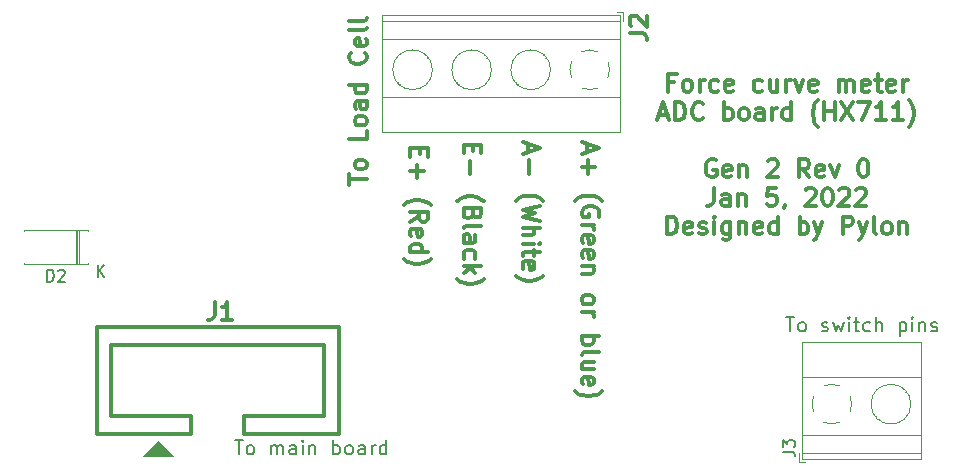
<source format=gbr>
%TF.GenerationSoftware,KiCad,Pcbnew,(6.0.0)*%
%TF.CreationDate,2022-01-14T12:25:06-05:00*%
%TF.ProjectId,ADC-board-HX711,4144432d-626f-4617-9264-2d4858373131,rev?*%
%TF.SameCoordinates,Original*%
%TF.FileFunction,Legend,Top*%
%TF.FilePolarity,Positive*%
%FSLAX46Y46*%
G04 Gerber Fmt 4.6, Leading zero omitted, Abs format (unit mm)*
G04 Created by KiCad (PCBNEW (6.0.0)) date 2022-01-14 12:25:06*
%MOMM*%
%LPD*%
G01*
G04 APERTURE LIST*
%ADD10C,0.300000*%
%ADD11C,0.200000*%
%ADD12C,0.150000*%
%ADD13C,0.120000*%
%ADD14C,0.100000*%
G04 APERTURE END LIST*
D10*
X53250000Y-11980714D02*
X53250000Y-12695000D01*
X52821428Y-11837857D02*
X54321428Y-12337857D01*
X52821428Y-12837857D01*
X53392857Y-13337857D02*
X53392857Y-14480714D01*
X52821428Y-13909285D02*
X53964285Y-13909285D01*
X52250000Y-16766428D02*
X52321428Y-16695000D01*
X52535714Y-16552142D01*
X52678571Y-16480714D01*
X52892857Y-16409285D01*
X53250000Y-16337857D01*
X53535714Y-16337857D01*
X53892857Y-16409285D01*
X54107142Y-16480714D01*
X54250000Y-16552142D01*
X54464285Y-16695000D01*
X54535714Y-16766428D01*
X54250000Y-18123571D02*
X54321428Y-17980714D01*
X54321428Y-17766428D01*
X54250000Y-17552142D01*
X54107142Y-17409285D01*
X53964285Y-17337857D01*
X53678571Y-17266428D01*
X53464285Y-17266428D01*
X53178571Y-17337857D01*
X53035714Y-17409285D01*
X52892857Y-17552142D01*
X52821428Y-17766428D01*
X52821428Y-17909285D01*
X52892857Y-18123571D01*
X52964285Y-18195000D01*
X53464285Y-18195000D01*
X53464285Y-17909285D01*
X52821428Y-18837857D02*
X53821428Y-18837857D01*
X53535714Y-18837857D02*
X53678571Y-18909285D01*
X53750000Y-18980714D01*
X53821428Y-19123571D01*
X53821428Y-19266428D01*
X52892857Y-20337857D02*
X52821428Y-20195000D01*
X52821428Y-19909285D01*
X52892857Y-19766428D01*
X53035714Y-19695000D01*
X53607142Y-19695000D01*
X53750000Y-19766428D01*
X53821428Y-19909285D01*
X53821428Y-20195000D01*
X53750000Y-20337857D01*
X53607142Y-20409285D01*
X53464285Y-20409285D01*
X53321428Y-19695000D01*
X52892857Y-21623571D02*
X52821428Y-21480714D01*
X52821428Y-21195000D01*
X52892857Y-21052142D01*
X53035714Y-20980714D01*
X53607142Y-20980714D01*
X53750000Y-21052142D01*
X53821428Y-21195000D01*
X53821428Y-21480714D01*
X53750000Y-21623571D01*
X53607142Y-21695000D01*
X53464285Y-21695000D01*
X53321428Y-20980714D01*
X53821428Y-22337857D02*
X52821428Y-22337857D01*
X53678571Y-22337857D02*
X53750000Y-22409285D01*
X53821428Y-22552142D01*
X53821428Y-22766428D01*
X53750000Y-22909285D01*
X53607142Y-22980714D01*
X52821428Y-22980714D01*
X52821428Y-25052142D02*
X52892857Y-24909285D01*
X52964285Y-24837857D01*
X53107142Y-24766428D01*
X53535714Y-24766428D01*
X53678571Y-24837857D01*
X53750000Y-24909285D01*
X53821428Y-25052142D01*
X53821428Y-25266428D01*
X53750000Y-25409285D01*
X53678571Y-25480714D01*
X53535714Y-25552142D01*
X53107142Y-25552142D01*
X52964285Y-25480714D01*
X52892857Y-25409285D01*
X52821428Y-25266428D01*
X52821428Y-25052142D01*
X52821428Y-26195000D02*
X53821428Y-26195000D01*
X53535714Y-26195000D02*
X53678571Y-26266428D01*
X53750000Y-26337857D01*
X53821428Y-26480714D01*
X53821428Y-26623571D01*
X52821428Y-28266428D02*
X54321428Y-28266428D01*
X53750000Y-28266428D02*
X53821428Y-28409285D01*
X53821428Y-28695000D01*
X53750000Y-28837857D01*
X53678571Y-28909285D01*
X53535714Y-28980714D01*
X53107142Y-28980714D01*
X52964285Y-28909285D01*
X52892857Y-28837857D01*
X52821428Y-28695000D01*
X52821428Y-28409285D01*
X52892857Y-28266428D01*
X52821428Y-29837857D02*
X52892857Y-29695000D01*
X53035714Y-29623571D01*
X54321428Y-29623571D01*
X53821428Y-31052142D02*
X52821428Y-31052142D01*
X53821428Y-30409285D02*
X53035714Y-30409285D01*
X52892857Y-30480714D01*
X52821428Y-30623571D01*
X52821428Y-30837857D01*
X52892857Y-30980714D01*
X52964285Y-31052142D01*
X52892857Y-32337857D02*
X52821428Y-32195000D01*
X52821428Y-31909285D01*
X52892857Y-31766428D01*
X53035714Y-31695000D01*
X53607142Y-31695000D01*
X53750000Y-31766428D01*
X53821428Y-31909285D01*
X53821428Y-32195000D01*
X53749999Y-32337857D01*
X53607142Y-32409285D01*
X53464285Y-32409285D01*
X53321428Y-31695000D01*
X52249999Y-32909285D02*
X52321428Y-32980714D01*
X52535714Y-33123571D01*
X52678571Y-33195000D01*
X52892857Y-33266428D01*
X53249999Y-33337857D01*
X53535714Y-33337857D01*
X53892857Y-33266428D01*
X54107142Y-33195000D01*
X54249999Y-33123571D01*
X54464285Y-32980714D01*
X54535714Y-32909285D01*
X48250000Y-11980714D02*
X48250000Y-12695000D01*
X47821428Y-11837857D02*
X49321428Y-12337857D01*
X47821428Y-12837857D01*
X48392857Y-13337857D02*
X48392857Y-14480714D01*
X47250000Y-16766428D02*
X47321428Y-16695000D01*
X47535714Y-16552142D01*
X47678571Y-16480714D01*
X47892857Y-16409285D01*
X48250000Y-16337857D01*
X48535714Y-16337857D01*
X48892857Y-16409285D01*
X49107142Y-16480714D01*
X49250000Y-16552142D01*
X49464285Y-16695000D01*
X49535714Y-16766428D01*
X49321428Y-17195000D02*
X47821428Y-17552142D01*
X48892857Y-17837857D01*
X47821428Y-18123571D01*
X49321428Y-18480714D01*
X47821428Y-19052142D02*
X49321428Y-19052142D01*
X47821428Y-19695000D02*
X48607142Y-19695000D01*
X48750000Y-19623571D01*
X48821428Y-19480714D01*
X48821428Y-19266428D01*
X48750000Y-19123571D01*
X48678571Y-19052142D01*
X47821428Y-20409285D02*
X48821428Y-20409285D01*
X49321428Y-20409285D02*
X49250000Y-20337857D01*
X49178571Y-20409285D01*
X49250000Y-20480714D01*
X49321428Y-20409285D01*
X49178571Y-20409285D01*
X48821428Y-20909285D02*
X48821428Y-21480714D01*
X49321428Y-21123571D02*
X48035714Y-21123571D01*
X47892857Y-21195000D01*
X47821428Y-21337857D01*
X47821428Y-21480714D01*
X47892857Y-22552142D02*
X47821428Y-22409285D01*
X47821428Y-22123571D01*
X47892857Y-21980714D01*
X48035714Y-21909285D01*
X48607142Y-21909285D01*
X48750000Y-21980714D01*
X48821428Y-22123571D01*
X48821428Y-22409285D01*
X48750000Y-22552142D01*
X48607142Y-22623571D01*
X48464285Y-22623571D01*
X48321428Y-21909285D01*
X47250000Y-23123571D02*
X47321428Y-23195000D01*
X47535714Y-23337857D01*
X47678571Y-23409285D01*
X47892857Y-23480714D01*
X48250000Y-23552142D01*
X48535714Y-23552142D01*
X48892857Y-23480714D01*
X49107142Y-23409285D01*
X49250000Y-23337857D01*
X49464285Y-23195000D01*
X49535714Y-23123571D01*
X60664285Y-6755357D02*
X60164285Y-6755357D01*
X60164285Y-7541071D02*
X60164285Y-6041071D01*
X60878571Y-6041071D01*
X61664285Y-7541071D02*
X61521428Y-7469642D01*
X61450000Y-7398214D01*
X61378571Y-7255357D01*
X61378571Y-6826785D01*
X61450000Y-6683928D01*
X61521428Y-6612500D01*
X61664285Y-6541071D01*
X61878571Y-6541071D01*
X62021428Y-6612500D01*
X62092857Y-6683928D01*
X62164285Y-6826785D01*
X62164285Y-7255357D01*
X62092857Y-7398214D01*
X62021428Y-7469642D01*
X61878571Y-7541071D01*
X61664285Y-7541071D01*
X62807142Y-7541071D02*
X62807142Y-6541071D01*
X62807142Y-6826785D02*
X62878571Y-6683928D01*
X62950000Y-6612500D01*
X63092857Y-6541071D01*
X63235714Y-6541071D01*
X64378571Y-7469642D02*
X64235714Y-7541071D01*
X63950000Y-7541071D01*
X63807142Y-7469642D01*
X63735714Y-7398214D01*
X63664285Y-7255357D01*
X63664285Y-6826785D01*
X63735714Y-6683928D01*
X63807142Y-6612500D01*
X63950000Y-6541071D01*
X64235714Y-6541071D01*
X64378571Y-6612500D01*
X65592857Y-7469642D02*
X65450000Y-7541071D01*
X65164285Y-7541071D01*
X65021428Y-7469642D01*
X64950000Y-7326785D01*
X64950000Y-6755357D01*
X65021428Y-6612500D01*
X65164285Y-6541071D01*
X65450000Y-6541071D01*
X65592857Y-6612500D01*
X65664285Y-6755357D01*
X65664285Y-6898214D01*
X64950000Y-7041071D01*
X68092857Y-7469642D02*
X67950000Y-7541071D01*
X67664285Y-7541071D01*
X67521428Y-7469642D01*
X67450000Y-7398214D01*
X67378571Y-7255357D01*
X67378571Y-6826785D01*
X67450000Y-6683928D01*
X67521428Y-6612500D01*
X67664285Y-6541071D01*
X67950000Y-6541071D01*
X68092857Y-6612500D01*
X69378571Y-6541071D02*
X69378571Y-7541071D01*
X68735714Y-6541071D02*
X68735714Y-7326785D01*
X68807142Y-7469642D01*
X68950000Y-7541071D01*
X69164285Y-7541071D01*
X69307142Y-7469642D01*
X69378571Y-7398214D01*
X70092857Y-7541071D02*
X70092857Y-6541071D01*
X70092857Y-6826785D02*
X70164285Y-6683928D01*
X70235714Y-6612500D01*
X70378571Y-6541071D01*
X70521428Y-6541071D01*
X70878571Y-6541071D02*
X71235714Y-7541071D01*
X71592857Y-6541071D01*
X72735714Y-7469642D02*
X72592857Y-7541071D01*
X72307142Y-7541071D01*
X72164285Y-7469642D01*
X72092857Y-7326785D01*
X72092857Y-6755357D01*
X72164285Y-6612500D01*
X72307142Y-6541071D01*
X72592857Y-6541071D01*
X72735714Y-6612500D01*
X72807142Y-6755357D01*
X72807142Y-6898214D01*
X72092857Y-7041071D01*
X74592857Y-7541071D02*
X74592857Y-6541071D01*
X74592857Y-6683928D02*
X74664285Y-6612500D01*
X74807142Y-6541071D01*
X75021428Y-6541071D01*
X75164285Y-6612500D01*
X75235714Y-6755357D01*
X75235714Y-7541071D01*
X75235714Y-6755357D02*
X75307142Y-6612500D01*
X75450000Y-6541071D01*
X75664285Y-6541071D01*
X75807142Y-6612500D01*
X75878571Y-6755357D01*
X75878571Y-7541071D01*
X77164285Y-7469642D02*
X77021428Y-7541071D01*
X76735714Y-7541071D01*
X76592857Y-7469642D01*
X76521428Y-7326785D01*
X76521428Y-6755357D01*
X76592857Y-6612500D01*
X76735714Y-6541071D01*
X77021428Y-6541071D01*
X77164285Y-6612500D01*
X77235714Y-6755357D01*
X77235714Y-6898214D01*
X76521428Y-7041071D01*
X77664285Y-6541071D02*
X78235714Y-6541071D01*
X77878571Y-6041071D02*
X77878571Y-7326785D01*
X77950000Y-7469642D01*
X78092857Y-7541071D01*
X78235714Y-7541071D01*
X79307142Y-7469642D02*
X79164285Y-7541071D01*
X78878571Y-7541071D01*
X78735714Y-7469642D01*
X78664285Y-7326785D01*
X78664285Y-6755357D01*
X78735714Y-6612500D01*
X78878571Y-6541071D01*
X79164285Y-6541071D01*
X79307142Y-6612500D01*
X79378571Y-6755357D01*
X79378571Y-6898214D01*
X78664285Y-7041071D01*
X80021428Y-7541071D02*
X80021428Y-6541071D01*
X80021428Y-6826785D02*
X80092857Y-6683928D01*
X80164285Y-6612500D01*
X80307142Y-6541071D01*
X80450000Y-6541071D01*
X59378571Y-9527500D02*
X60092857Y-9527500D01*
X59235714Y-9956071D02*
X59735714Y-8456071D01*
X60235714Y-9956071D01*
X60735714Y-9956071D02*
X60735714Y-8456071D01*
X61092857Y-8456071D01*
X61307142Y-8527500D01*
X61450000Y-8670357D01*
X61521428Y-8813214D01*
X61592857Y-9098928D01*
X61592857Y-9313214D01*
X61521428Y-9598928D01*
X61450000Y-9741785D01*
X61307142Y-9884642D01*
X61092857Y-9956071D01*
X60735714Y-9956071D01*
X63092857Y-9813214D02*
X63021428Y-9884642D01*
X62807142Y-9956071D01*
X62664285Y-9956071D01*
X62450000Y-9884642D01*
X62307142Y-9741785D01*
X62235714Y-9598928D01*
X62164285Y-9313214D01*
X62164285Y-9098928D01*
X62235714Y-8813214D01*
X62307142Y-8670357D01*
X62450000Y-8527500D01*
X62664285Y-8456071D01*
X62807142Y-8456071D01*
X63021428Y-8527500D01*
X63092857Y-8598928D01*
X64878571Y-9956071D02*
X64878571Y-8456071D01*
X64878571Y-9027500D02*
X65021428Y-8956071D01*
X65307142Y-8956071D01*
X65450000Y-9027500D01*
X65521428Y-9098928D01*
X65592857Y-9241785D01*
X65592857Y-9670357D01*
X65521428Y-9813214D01*
X65450000Y-9884642D01*
X65307142Y-9956071D01*
X65021428Y-9956071D01*
X64878571Y-9884642D01*
X66450000Y-9956071D02*
X66307142Y-9884642D01*
X66235714Y-9813214D01*
X66164285Y-9670357D01*
X66164285Y-9241785D01*
X66235714Y-9098928D01*
X66307142Y-9027500D01*
X66450000Y-8956071D01*
X66664285Y-8956071D01*
X66807142Y-9027500D01*
X66878571Y-9098928D01*
X66950000Y-9241785D01*
X66950000Y-9670357D01*
X66878571Y-9813214D01*
X66807142Y-9884642D01*
X66664285Y-9956071D01*
X66450000Y-9956071D01*
X68235714Y-9956071D02*
X68235714Y-9170357D01*
X68164285Y-9027500D01*
X68021428Y-8956071D01*
X67735714Y-8956071D01*
X67592857Y-9027500D01*
X68235714Y-9884642D02*
X68092857Y-9956071D01*
X67735714Y-9956071D01*
X67592857Y-9884642D01*
X67521428Y-9741785D01*
X67521428Y-9598928D01*
X67592857Y-9456071D01*
X67735714Y-9384642D01*
X68092857Y-9384642D01*
X68235714Y-9313214D01*
X68950000Y-9956071D02*
X68950000Y-8956071D01*
X68950000Y-9241785D02*
X69021428Y-9098928D01*
X69092857Y-9027500D01*
X69235714Y-8956071D01*
X69378571Y-8956071D01*
X70521428Y-9956071D02*
X70521428Y-8456071D01*
X70521428Y-9884642D02*
X70378571Y-9956071D01*
X70092857Y-9956071D01*
X69950000Y-9884642D01*
X69878571Y-9813214D01*
X69807142Y-9670357D01*
X69807142Y-9241785D01*
X69878571Y-9098928D01*
X69950000Y-9027500D01*
X70092857Y-8956071D01*
X70378571Y-8956071D01*
X70521428Y-9027500D01*
X72807142Y-10527500D02*
X72735714Y-10456071D01*
X72592857Y-10241785D01*
X72521428Y-10098928D01*
X72450000Y-9884642D01*
X72378571Y-9527500D01*
X72378571Y-9241785D01*
X72450000Y-8884642D01*
X72521428Y-8670357D01*
X72592857Y-8527500D01*
X72735714Y-8313214D01*
X72807142Y-8241785D01*
X73378571Y-9956071D02*
X73378571Y-8456071D01*
X73378571Y-9170357D02*
X74235714Y-9170357D01*
X74235714Y-9956071D02*
X74235714Y-8456071D01*
X74807142Y-8456071D02*
X75807142Y-9956071D01*
X75807142Y-8456071D02*
X74807142Y-9956071D01*
X76235714Y-8456071D02*
X77235714Y-8456071D01*
X76592857Y-9956071D01*
X78592857Y-9956071D02*
X77735714Y-9956071D01*
X78164285Y-9956071D02*
X78164285Y-8456071D01*
X78021428Y-8670357D01*
X77878571Y-8813214D01*
X77735714Y-8884642D01*
X80021428Y-9956071D02*
X79164285Y-9956071D01*
X79592857Y-9956071D02*
X79592857Y-8456071D01*
X79450000Y-8670357D01*
X79307142Y-8813214D01*
X79164285Y-8884642D01*
X80521428Y-10527500D02*
X80592857Y-10456071D01*
X80735714Y-10241785D01*
X80807142Y-10098928D01*
X80878571Y-9884642D01*
X80950000Y-9527500D01*
X80950000Y-9241785D01*
X80878571Y-8884642D01*
X80807142Y-8670357D01*
X80735714Y-8527500D01*
X80592857Y-8313214D01*
X80521428Y-8241785D01*
X64164285Y-13357500D02*
X64021428Y-13286071D01*
X63807142Y-13286071D01*
X63592857Y-13357500D01*
X63450000Y-13500357D01*
X63378571Y-13643214D01*
X63307142Y-13928928D01*
X63307142Y-14143214D01*
X63378571Y-14428928D01*
X63450000Y-14571785D01*
X63592857Y-14714642D01*
X63807142Y-14786071D01*
X63950000Y-14786071D01*
X64164285Y-14714642D01*
X64235714Y-14643214D01*
X64235714Y-14143214D01*
X63950000Y-14143214D01*
X65450000Y-14714642D02*
X65307142Y-14786071D01*
X65021428Y-14786071D01*
X64878571Y-14714642D01*
X64807142Y-14571785D01*
X64807142Y-14000357D01*
X64878571Y-13857500D01*
X65021428Y-13786071D01*
X65307142Y-13786071D01*
X65450000Y-13857500D01*
X65521428Y-14000357D01*
X65521428Y-14143214D01*
X64807142Y-14286071D01*
X66164285Y-13786071D02*
X66164285Y-14786071D01*
X66164285Y-13928928D02*
X66235714Y-13857500D01*
X66378571Y-13786071D01*
X66592857Y-13786071D01*
X66735714Y-13857500D01*
X66807142Y-14000357D01*
X66807142Y-14786071D01*
X68592857Y-13428928D02*
X68664285Y-13357500D01*
X68807142Y-13286071D01*
X69164285Y-13286071D01*
X69307142Y-13357500D01*
X69378571Y-13428928D01*
X69450000Y-13571785D01*
X69450000Y-13714642D01*
X69378571Y-13928928D01*
X68521428Y-14786071D01*
X69450000Y-14786071D01*
X72092857Y-14786071D02*
X71592857Y-14071785D01*
X71235714Y-14786071D02*
X71235714Y-13286071D01*
X71807142Y-13286071D01*
X71950000Y-13357500D01*
X72021428Y-13428928D01*
X72092857Y-13571785D01*
X72092857Y-13786071D01*
X72021428Y-13928928D01*
X71950000Y-14000357D01*
X71807142Y-14071785D01*
X71235714Y-14071785D01*
X73307142Y-14714642D02*
X73164285Y-14786071D01*
X72878571Y-14786071D01*
X72735714Y-14714642D01*
X72664285Y-14571785D01*
X72664285Y-14000357D01*
X72735714Y-13857500D01*
X72878571Y-13786071D01*
X73164285Y-13786071D01*
X73307142Y-13857500D01*
X73378571Y-14000357D01*
X73378571Y-14143214D01*
X72664285Y-14286071D01*
X73878571Y-13786071D02*
X74235714Y-14786071D01*
X74592857Y-13786071D01*
X76592857Y-13286071D02*
X76735714Y-13286071D01*
X76878571Y-13357500D01*
X76950000Y-13428928D01*
X77021428Y-13571785D01*
X77092857Y-13857500D01*
X77092857Y-14214642D01*
X77021428Y-14500357D01*
X76950000Y-14643214D01*
X76878571Y-14714642D01*
X76735714Y-14786071D01*
X76592857Y-14786071D01*
X76450000Y-14714642D01*
X76378571Y-14643214D01*
X76307142Y-14500357D01*
X76235714Y-14214642D01*
X76235714Y-13857500D01*
X76307142Y-13571785D01*
X76378571Y-13428928D01*
X76450000Y-13357500D01*
X76592857Y-13286071D01*
X63985714Y-15701071D02*
X63985714Y-16772500D01*
X63914285Y-16986785D01*
X63771428Y-17129642D01*
X63557142Y-17201071D01*
X63414285Y-17201071D01*
X65342857Y-17201071D02*
X65342857Y-16415357D01*
X65271428Y-16272500D01*
X65128571Y-16201071D01*
X64842857Y-16201071D01*
X64700000Y-16272500D01*
X65342857Y-17129642D02*
X65200000Y-17201071D01*
X64842857Y-17201071D01*
X64700000Y-17129642D01*
X64628571Y-16986785D01*
X64628571Y-16843928D01*
X64700000Y-16701071D01*
X64842857Y-16629642D01*
X65200000Y-16629642D01*
X65342857Y-16558214D01*
X66057142Y-16201071D02*
X66057142Y-17201071D01*
X66057142Y-16343928D02*
X66128571Y-16272500D01*
X66271428Y-16201071D01*
X66485714Y-16201071D01*
X66628571Y-16272500D01*
X66700000Y-16415357D01*
X66700000Y-17201071D01*
X69271428Y-15701071D02*
X68557142Y-15701071D01*
X68485714Y-16415357D01*
X68557142Y-16343928D01*
X68700000Y-16272500D01*
X69057142Y-16272500D01*
X69200000Y-16343928D01*
X69271428Y-16415357D01*
X69342857Y-16558214D01*
X69342857Y-16915357D01*
X69271428Y-17058214D01*
X69200000Y-17129642D01*
X69057142Y-17201071D01*
X68700000Y-17201071D01*
X68557142Y-17129642D01*
X68485714Y-17058214D01*
X70057142Y-17129642D02*
X70057142Y-17201071D01*
X69985714Y-17343928D01*
X69914285Y-17415357D01*
X71771428Y-15843928D02*
X71842857Y-15772500D01*
X71985714Y-15701071D01*
X72342857Y-15701071D01*
X72485714Y-15772500D01*
X72557142Y-15843928D01*
X72628571Y-15986785D01*
X72628571Y-16129642D01*
X72557142Y-16343928D01*
X71700000Y-17201071D01*
X72628571Y-17201071D01*
X73557142Y-15701071D02*
X73700000Y-15701071D01*
X73842857Y-15772500D01*
X73914285Y-15843928D01*
X73985714Y-15986785D01*
X74057142Y-16272500D01*
X74057142Y-16629642D01*
X73985714Y-16915357D01*
X73914285Y-17058214D01*
X73842857Y-17129642D01*
X73700000Y-17201071D01*
X73557142Y-17201071D01*
X73414285Y-17129642D01*
X73342857Y-17058214D01*
X73271428Y-16915357D01*
X73200000Y-16629642D01*
X73200000Y-16272500D01*
X73271428Y-15986785D01*
X73342857Y-15843928D01*
X73414285Y-15772500D01*
X73557142Y-15701071D01*
X74628571Y-15843928D02*
X74700000Y-15772500D01*
X74842857Y-15701071D01*
X75200000Y-15701071D01*
X75342857Y-15772500D01*
X75414285Y-15843928D01*
X75485714Y-15986785D01*
X75485714Y-16129642D01*
X75414285Y-16343928D01*
X74557142Y-17201071D01*
X75485714Y-17201071D01*
X76057142Y-15843928D02*
X76128571Y-15772500D01*
X76271428Y-15701071D01*
X76628571Y-15701071D01*
X76771428Y-15772500D01*
X76842857Y-15843928D01*
X76914285Y-15986785D01*
X76914285Y-16129642D01*
X76842857Y-16343928D01*
X75985714Y-17201071D01*
X76914285Y-17201071D01*
X60057142Y-19616071D02*
X60057142Y-18116071D01*
X60414285Y-18116071D01*
X60628571Y-18187500D01*
X60771428Y-18330357D01*
X60842857Y-18473214D01*
X60914285Y-18758928D01*
X60914285Y-18973214D01*
X60842857Y-19258928D01*
X60771428Y-19401785D01*
X60628571Y-19544642D01*
X60414285Y-19616071D01*
X60057142Y-19616071D01*
X62128571Y-19544642D02*
X61985714Y-19616071D01*
X61700000Y-19616071D01*
X61557142Y-19544642D01*
X61485714Y-19401785D01*
X61485714Y-18830357D01*
X61557142Y-18687500D01*
X61700000Y-18616071D01*
X61985714Y-18616071D01*
X62128571Y-18687500D01*
X62200000Y-18830357D01*
X62200000Y-18973214D01*
X61485714Y-19116071D01*
X62771428Y-19544642D02*
X62914285Y-19616071D01*
X63200000Y-19616071D01*
X63342857Y-19544642D01*
X63414285Y-19401785D01*
X63414285Y-19330357D01*
X63342857Y-19187500D01*
X63200000Y-19116071D01*
X62985714Y-19116071D01*
X62842857Y-19044642D01*
X62771428Y-18901785D01*
X62771428Y-18830357D01*
X62842857Y-18687500D01*
X62985714Y-18616071D01*
X63200000Y-18616071D01*
X63342857Y-18687500D01*
X64057142Y-19616071D02*
X64057142Y-18616071D01*
X64057142Y-18116071D02*
X63985714Y-18187500D01*
X64057142Y-18258928D01*
X64128571Y-18187500D01*
X64057142Y-18116071D01*
X64057142Y-18258928D01*
X65414285Y-18616071D02*
X65414285Y-19830357D01*
X65342857Y-19973214D01*
X65271428Y-20044642D01*
X65128571Y-20116071D01*
X64914285Y-20116071D01*
X64771428Y-20044642D01*
X65414285Y-19544642D02*
X65271428Y-19616071D01*
X64985714Y-19616071D01*
X64842857Y-19544642D01*
X64771428Y-19473214D01*
X64700000Y-19330357D01*
X64700000Y-18901785D01*
X64771428Y-18758928D01*
X64842857Y-18687500D01*
X64985714Y-18616071D01*
X65271428Y-18616071D01*
X65414285Y-18687500D01*
X66128571Y-18616071D02*
X66128571Y-19616071D01*
X66128571Y-18758928D02*
X66200000Y-18687500D01*
X66342857Y-18616071D01*
X66557142Y-18616071D01*
X66700000Y-18687500D01*
X66771428Y-18830357D01*
X66771428Y-19616071D01*
X68057142Y-19544642D02*
X67914285Y-19616071D01*
X67628571Y-19616071D01*
X67485714Y-19544642D01*
X67414285Y-19401785D01*
X67414285Y-18830357D01*
X67485714Y-18687500D01*
X67628571Y-18616071D01*
X67914285Y-18616071D01*
X68057142Y-18687500D01*
X68128571Y-18830357D01*
X68128571Y-18973214D01*
X67414285Y-19116071D01*
X69414285Y-19616071D02*
X69414285Y-18116071D01*
X69414285Y-19544642D02*
X69271428Y-19616071D01*
X68985714Y-19616071D01*
X68842857Y-19544642D01*
X68771428Y-19473214D01*
X68700000Y-19330357D01*
X68700000Y-18901785D01*
X68771428Y-18758928D01*
X68842857Y-18687500D01*
X68985714Y-18616071D01*
X69271428Y-18616071D01*
X69414285Y-18687500D01*
X71271428Y-19616071D02*
X71271428Y-18116071D01*
X71271428Y-18687500D02*
X71414285Y-18616071D01*
X71700000Y-18616071D01*
X71842857Y-18687500D01*
X71914285Y-18758928D01*
X71985714Y-18901785D01*
X71985714Y-19330357D01*
X71914285Y-19473214D01*
X71842857Y-19544642D01*
X71700000Y-19616071D01*
X71414285Y-19616071D01*
X71271428Y-19544642D01*
X72485714Y-18616071D02*
X72842857Y-19616071D01*
X73200000Y-18616071D02*
X72842857Y-19616071D01*
X72700000Y-19973214D01*
X72628571Y-20044642D01*
X72485714Y-20116071D01*
X74914285Y-19616071D02*
X74914285Y-18116071D01*
X75485714Y-18116071D01*
X75628571Y-18187500D01*
X75700000Y-18258928D01*
X75771428Y-18401785D01*
X75771428Y-18616071D01*
X75700000Y-18758928D01*
X75628571Y-18830357D01*
X75485714Y-18901785D01*
X74914285Y-18901785D01*
X76271428Y-18616071D02*
X76628571Y-19616071D01*
X76985714Y-18616071D02*
X76628571Y-19616071D01*
X76485714Y-19973214D01*
X76414285Y-20044642D01*
X76271428Y-20116071D01*
X77771428Y-19616071D02*
X77628571Y-19544642D01*
X77557142Y-19401785D01*
X77557142Y-18116071D01*
X78557142Y-19616071D02*
X78414285Y-19544642D01*
X78342857Y-19473214D01*
X78271428Y-19330357D01*
X78271428Y-18901785D01*
X78342857Y-18758928D01*
X78414285Y-18687500D01*
X78557142Y-18616071D01*
X78771428Y-18616071D01*
X78914285Y-18687500D01*
X78985714Y-18758928D01*
X79057142Y-18901785D01*
X79057142Y-19330357D01*
X78985714Y-19473214D01*
X78914285Y-19544642D01*
X78771428Y-19616071D01*
X78557142Y-19616071D01*
X79700000Y-18616071D02*
X79700000Y-19616071D01*
X79700000Y-18758928D02*
X79771428Y-18687500D01*
X79914285Y-18616071D01*
X80128571Y-18616071D01*
X80271428Y-18687500D01*
X80342857Y-18830357D01*
X80342857Y-19616071D01*
X39107142Y-12357142D02*
X39107142Y-12857142D01*
X38321428Y-13071428D02*
X38321428Y-12357142D01*
X39821428Y-12357142D01*
X39821428Y-13071428D01*
X38892857Y-13714285D02*
X38892857Y-14857142D01*
X38321428Y-14285714D02*
X39464285Y-14285714D01*
X37750000Y-17142857D02*
X37821428Y-17071428D01*
X38035714Y-16928571D01*
X38178571Y-16857142D01*
X38392857Y-16785714D01*
X38750000Y-16714285D01*
X39035714Y-16714285D01*
X39392857Y-16785714D01*
X39607142Y-16857142D01*
X39750000Y-16928571D01*
X39964285Y-17071428D01*
X40035714Y-17142857D01*
X38321428Y-18571428D02*
X39035714Y-18071428D01*
X38321428Y-17714285D02*
X39821428Y-17714285D01*
X39821428Y-18285714D01*
X39750000Y-18428571D01*
X39678571Y-18500000D01*
X39535714Y-18571428D01*
X39321428Y-18571428D01*
X39178571Y-18500000D01*
X39107142Y-18428571D01*
X39035714Y-18285714D01*
X39035714Y-17714285D01*
X38392857Y-19785714D02*
X38321428Y-19642857D01*
X38321428Y-19357142D01*
X38392857Y-19214285D01*
X38535714Y-19142857D01*
X39107142Y-19142857D01*
X39250000Y-19214285D01*
X39321428Y-19357142D01*
X39321428Y-19642857D01*
X39250000Y-19785714D01*
X39107142Y-19857142D01*
X38964285Y-19857142D01*
X38821428Y-19142857D01*
X38321428Y-21142857D02*
X39821428Y-21142857D01*
X38392857Y-21142857D02*
X38321428Y-21000000D01*
X38321428Y-20714285D01*
X38392857Y-20571428D01*
X38464285Y-20500000D01*
X38607142Y-20428571D01*
X39035714Y-20428571D01*
X39178571Y-20500000D01*
X39250000Y-20571428D01*
X39321428Y-20714285D01*
X39321428Y-21000000D01*
X39250000Y-21142857D01*
X37750000Y-21714285D02*
X37821428Y-21785714D01*
X38035714Y-21928571D01*
X38178571Y-22000000D01*
X38392857Y-22071428D01*
X38750000Y-22142857D01*
X39035714Y-22142857D01*
X39392857Y-22071428D01*
X39607142Y-22000000D01*
X39750000Y-21928571D01*
X39964285Y-21785714D01*
X40035714Y-21714285D01*
D11*
X23425714Y-37052857D02*
X24111428Y-37052857D01*
X23768571Y-38252857D02*
X23768571Y-37052857D01*
X24682857Y-38252857D02*
X24568571Y-38195714D01*
X24511428Y-38138571D01*
X24454285Y-38024285D01*
X24454285Y-37681428D01*
X24511428Y-37567142D01*
X24568571Y-37510000D01*
X24682857Y-37452857D01*
X24854285Y-37452857D01*
X24968571Y-37510000D01*
X25025714Y-37567142D01*
X25082857Y-37681428D01*
X25082857Y-38024285D01*
X25025714Y-38138571D01*
X24968571Y-38195714D01*
X24854285Y-38252857D01*
X24682857Y-38252857D01*
X26511428Y-38252857D02*
X26511428Y-37452857D01*
X26511428Y-37567142D02*
X26568571Y-37510000D01*
X26682857Y-37452857D01*
X26854285Y-37452857D01*
X26968571Y-37510000D01*
X27025714Y-37624285D01*
X27025714Y-38252857D01*
X27025714Y-37624285D02*
X27082857Y-37510000D01*
X27197142Y-37452857D01*
X27368571Y-37452857D01*
X27482857Y-37510000D01*
X27540000Y-37624285D01*
X27540000Y-38252857D01*
X28625714Y-38252857D02*
X28625714Y-37624285D01*
X28568571Y-37510000D01*
X28454285Y-37452857D01*
X28225714Y-37452857D01*
X28111428Y-37510000D01*
X28625714Y-38195714D02*
X28511428Y-38252857D01*
X28225714Y-38252857D01*
X28111428Y-38195714D01*
X28054285Y-38081428D01*
X28054285Y-37967142D01*
X28111428Y-37852857D01*
X28225714Y-37795714D01*
X28511428Y-37795714D01*
X28625714Y-37738571D01*
X29197142Y-38252857D02*
X29197142Y-37452857D01*
X29197142Y-37052857D02*
X29140000Y-37110000D01*
X29197142Y-37167142D01*
X29254285Y-37110000D01*
X29197142Y-37052857D01*
X29197142Y-37167142D01*
X29768571Y-37452857D02*
X29768571Y-38252857D01*
X29768571Y-37567142D02*
X29825714Y-37510000D01*
X29940000Y-37452857D01*
X30111428Y-37452857D01*
X30225714Y-37510000D01*
X30282857Y-37624285D01*
X30282857Y-38252857D01*
X31768571Y-38252857D02*
X31768571Y-37052857D01*
X31768571Y-37510000D02*
X31882857Y-37452857D01*
X32111428Y-37452857D01*
X32225714Y-37510000D01*
X32282857Y-37567142D01*
X32340000Y-37681428D01*
X32340000Y-38024285D01*
X32282857Y-38138571D01*
X32225714Y-38195714D01*
X32111428Y-38252857D01*
X31882857Y-38252857D01*
X31768571Y-38195714D01*
X33025714Y-38252857D02*
X32911428Y-38195714D01*
X32854285Y-38138571D01*
X32797142Y-38024285D01*
X32797142Y-37681428D01*
X32854285Y-37567142D01*
X32911428Y-37510000D01*
X33025714Y-37452857D01*
X33197142Y-37452857D01*
X33311428Y-37510000D01*
X33368571Y-37567142D01*
X33425714Y-37681428D01*
X33425714Y-38024285D01*
X33368571Y-38138571D01*
X33311428Y-38195714D01*
X33197142Y-38252857D01*
X33025714Y-38252857D01*
X34454285Y-38252857D02*
X34454285Y-37624285D01*
X34397142Y-37510000D01*
X34282857Y-37452857D01*
X34054285Y-37452857D01*
X33940000Y-37510000D01*
X34454285Y-38195714D02*
X34340000Y-38252857D01*
X34054285Y-38252857D01*
X33940000Y-38195714D01*
X33882857Y-38081428D01*
X33882857Y-37967142D01*
X33940000Y-37852857D01*
X34054285Y-37795714D01*
X34340000Y-37795714D01*
X34454285Y-37738571D01*
X35025714Y-38252857D02*
X35025714Y-37452857D01*
X35025714Y-37681428D02*
X35082857Y-37567142D01*
X35140000Y-37510000D01*
X35254285Y-37452857D01*
X35368571Y-37452857D01*
X36282857Y-38252857D02*
X36282857Y-37052857D01*
X36282857Y-38195714D02*
X36168571Y-38252857D01*
X35940000Y-38252857D01*
X35825714Y-38195714D01*
X35768571Y-38138571D01*
X35711428Y-38024285D01*
X35711428Y-37681428D01*
X35768571Y-37567142D01*
X35825714Y-37510000D01*
X35940000Y-37452857D01*
X36168571Y-37452857D01*
X36282857Y-37510000D01*
D10*
X33111412Y-15405810D02*
X33111412Y-14548667D01*
X34611412Y-14977239D02*
X33111412Y-14977239D01*
X34611412Y-13834382D02*
X34539983Y-13977239D01*
X34468555Y-14048667D01*
X34325698Y-14120096D01*
X33897126Y-14120096D01*
X33754269Y-14048667D01*
X33682841Y-13977239D01*
X33611412Y-13834382D01*
X33611412Y-13620096D01*
X33682841Y-13477239D01*
X33754269Y-13405810D01*
X33897126Y-13334382D01*
X34325698Y-13334382D01*
X34468555Y-13405810D01*
X34539983Y-13477239D01*
X34611412Y-13620096D01*
X34611412Y-13834382D01*
X34611412Y-10834382D02*
X34611412Y-11548667D01*
X33111412Y-11548667D01*
X34611412Y-10120096D02*
X34539983Y-10262953D01*
X34468555Y-10334382D01*
X34325698Y-10405810D01*
X33897126Y-10405810D01*
X33754269Y-10334382D01*
X33682841Y-10262953D01*
X33611412Y-10120096D01*
X33611412Y-9905810D01*
X33682841Y-9762953D01*
X33754269Y-9691524D01*
X33897126Y-9620096D01*
X34325698Y-9620096D01*
X34468555Y-9691524D01*
X34539983Y-9762953D01*
X34611412Y-9905810D01*
X34611412Y-10120096D01*
X34611412Y-8334382D02*
X33825698Y-8334382D01*
X33682841Y-8405810D01*
X33611412Y-8548667D01*
X33611412Y-8834382D01*
X33682841Y-8977239D01*
X34539983Y-8334382D02*
X34611412Y-8477239D01*
X34611412Y-8834382D01*
X34539983Y-8977239D01*
X34397126Y-9048667D01*
X34254269Y-9048667D01*
X34111412Y-8977239D01*
X34039983Y-8834382D01*
X34039983Y-8477239D01*
X33968555Y-8334382D01*
X34611412Y-6977239D02*
X33111412Y-6977239D01*
X34539983Y-6977239D02*
X34611412Y-7120096D01*
X34611412Y-7405810D01*
X34539983Y-7548667D01*
X34468555Y-7620096D01*
X34325698Y-7691524D01*
X33897126Y-7691524D01*
X33754269Y-7620096D01*
X33682841Y-7548667D01*
X33611412Y-7405810D01*
X33611412Y-7120096D01*
X33682841Y-6977239D01*
X34468555Y-4262953D02*
X34539983Y-4334382D01*
X34611412Y-4548667D01*
X34611412Y-4691524D01*
X34539983Y-4905810D01*
X34397126Y-5048667D01*
X34254269Y-5120096D01*
X33968555Y-5191524D01*
X33754269Y-5191524D01*
X33468555Y-5120096D01*
X33325698Y-5048667D01*
X33182841Y-4905810D01*
X33111412Y-4691524D01*
X33111412Y-4548667D01*
X33182841Y-4334382D01*
X33254269Y-4262953D01*
X34539983Y-3048667D02*
X34611412Y-3191524D01*
X34611412Y-3477239D01*
X34539983Y-3620096D01*
X34397126Y-3691524D01*
X33825698Y-3691524D01*
X33682841Y-3620096D01*
X33611412Y-3477239D01*
X33611412Y-3191524D01*
X33682841Y-3048667D01*
X33825698Y-2977239D01*
X33968555Y-2977239D01*
X34111412Y-3691524D01*
X34611412Y-2120096D02*
X34539983Y-2262953D01*
X34397126Y-2334382D01*
X33111412Y-2334382D01*
X34611412Y-1334382D02*
X34539983Y-1477239D01*
X34397126Y-1548667D01*
X33111412Y-1548667D01*
D11*
X70142857Y-26642857D02*
X70828571Y-26642857D01*
X70485714Y-27842857D02*
X70485714Y-26642857D01*
X71400000Y-27842857D02*
X71285714Y-27785714D01*
X71228571Y-27728571D01*
X71171428Y-27614285D01*
X71171428Y-27271428D01*
X71228571Y-27157142D01*
X71285714Y-27100000D01*
X71400000Y-27042857D01*
X71571428Y-27042857D01*
X71685714Y-27100000D01*
X71742857Y-27157142D01*
X71800000Y-27271428D01*
X71800000Y-27614285D01*
X71742857Y-27728571D01*
X71685714Y-27785714D01*
X71571428Y-27842857D01*
X71400000Y-27842857D01*
X73171428Y-27785714D02*
X73285714Y-27842857D01*
X73514285Y-27842857D01*
X73628571Y-27785714D01*
X73685714Y-27671428D01*
X73685714Y-27614285D01*
X73628571Y-27500000D01*
X73514285Y-27442857D01*
X73342857Y-27442857D01*
X73228571Y-27385714D01*
X73171428Y-27271428D01*
X73171428Y-27214285D01*
X73228571Y-27100000D01*
X73342857Y-27042857D01*
X73514285Y-27042857D01*
X73628571Y-27100000D01*
X74085714Y-27042857D02*
X74314285Y-27842857D01*
X74542857Y-27271428D01*
X74771428Y-27842857D01*
X75000000Y-27042857D01*
X75457142Y-27842857D02*
X75457142Y-27042857D01*
X75457142Y-26642857D02*
X75400000Y-26700000D01*
X75457142Y-26757142D01*
X75514285Y-26700000D01*
X75457142Y-26642857D01*
X75457142Y-26757142D01*
X75857142Y-27042857D02*
X76314285Y-27042857D01*
X76028571Y-26642857D02*
X76028571Y-27671428D01*
X76085714Y-27785714D01*
X76200000Y-27842857D01*
X76314285Y-27842857D01*
X77228571Y-27785714D02*
X77114285Y-27842857D01*
X76885714Y-27842857D01*
X76771428Y-27785714D01*
X76714285Y-27728571D01*
X76657142Y-27614285D01*
X76657142Y-27271428D01*
X76714285Y-27157142D01*
X76771428Y-27100000D01*
X76885714Y-27042857D01*
X77114285Y-27042857D01*
X77228571Y-27100000D01*
X77742857Y-27842857D02*
X77742857Y-26642857D01*
X78257142Y-27842857D02*
X78257142Y-27214285D01*
X78200000Y-27100000D01*
X78085714Y-27042857D01*
X77914285Y-27042857D01*
X77800000Y-27100000D01*
X77742857Y-27157142D01*
X79742857Y-27042857D02*
X79742857Y-28242857D01*
X79742857Y-27100000D02*
X79857142Y-27042857D01*
X80085714Y-27042857D01*
X80200000Y-27100000D01*
X80257142Y-27157142D01*
X80314285Y-27271428D01*
X80314285Y-27614285D01*
X80257142Y-27728571D01*
X80200000Y-27785714D01*
X80085714Y-27842857D01*
X79857142Y-27842857D01*
X79742857Y-27785714D01*
X80828571Y-27842857D02*
X80828571Y-27042857D01*
X80828571Y-26642857D02*
X80771428Y-26700000D01*
X80828571Y-26757142D01*
X80885714Y-26700000D01*
X80828571Y-26642857D01*
X80828571Y-26757142D01*
X81400000Y-27042857D02*
X81400000Y-27842857D01*
X81400000Y-27157142D02*
X81457142Y-27100000D01*
X81571428Y-27042857D01*
X81742857Y-27042857D01*
X81857142Y-27100000D01*
X81914285Y-27214285D01*
X81914285Y-27842857D01*
X82428571Y-27785714D02*
X82542857Y-27842857D01*
X82771428Y-27842857D01*
X82885714Y-27785714D01*
X82942857Y-27671428D01*
X82942857Y-27614285D01*
X82885714Y-27500000D01*
X82771428Y-27442857D01*
X82600000Y-27442857D01*
X82485714Y-27385714D01*
X82428571Y-27271428D01*
X82428571Y-27214285D01*
X82485714Y-27100000D01*
X82600000Y-27042857D01*
X82771428Y-27042857D01*
X82885714Y-27100000D01*
D10*
X43607142Y-12052142D02*
X43607142Y-12552142D01*
X42821428Y-12766428D02*
X42821428Y-12052142D01*
X44321428Y-12052142D01*
X44321428Y-12766428D01*
X43392857Y-13409285D02*
X43392857Y-14552142D01*
X42250000Y-16837857D02*
X42321428Y-16766428D01*
X42535714Y-16623571D01*
X42678571Y-16552142D01*
X42892857Y-16480714D01*
X43250000Y-16409285D01*
X43535714Y-16409285D01*
X43892857Y-16480714D01*
X44107142Y-16552142D01*
X44250000Y-16623571D01*
X44464285Y-16766428D01*
X44535714Y-16837857D01*
X43607142Y-17909285D02*
X43535714Y-18123571D01*
X43464285Y-18195000D01*
X43321428Y-18266428D01*
X43107142Y-18266428D01*
X42964285Y-18195000D01*
X42892857Y-18123571D01*
X42821428Y-17980714D01*
X42821428Y-17409285D01*
X44321428Y-17409285D01*
X44321428Y-17909285D01*
X44250000Y-18052142D01*
X44178571Y-18123571D01*
X44035714Y-18195000D01*
X43892857Y-18195000D01*
X43750000Y-18123571D01*
X43678571Y-18052142D01*
X43607142Y-17909285D01*
X43607142Y-17409285D01*
X42821428Y-19123571D02*
X42892857Y-18980714D01*
X43035714Y-18909285D01*
X44321428Y-18909285D01*
X42821428Y-20337857D02*
X43607142Y-20337857D01*
X43750000Y-20266428D01*
X43821428Y-20123571D01*
X43821428Y-19837857D01*
X43750000Y-19695000D01*
X42892857Y-20337857D02*
X42821428Y-20195000D01*
X42821428Y-19837857D01*
X42892857Y-19695000D01*
X43035714Y-19623571D01*
X43178571Y-19623571D01*
X43321428Y-19695000D01*
X43392857Y-19837857D01*
X43392857Y-20195000D01*
X43464285Y-20337857D01*
X42892857Y-21695000D02*
X42821428Y-21552142D01*
X42821428Y-21266428D01*
X42892857Y-21123571D01*
X42964285Y-21052142D01*
X43107142Y-20980714D01*
X43535714Y-20980714D01*
X43678571Y-21052142D01*
X43750000Y-21123571D01*
X43821428Y-21266428D01*
X43821428Y-21552142D01*
X43750000Y-21695000D01*
X42821428Y-22337857D02*
X44321428Y-22337857D01*
X43392857Y-22480714D02*
X42821428Y-22909285D01*
X43821428Y-22909285D02*
X43250000Y-22337857D01*
X42250000Y-23409285D02*
X42321428Y-23480714D01*
X42535714Y-23623571D01*
X42678571Y-23695000D01*
X42892857Y-23766428D01*
X43250000Y-23837857D01*
X43535714Y-23837857D01*
X43892857Y-23766428D01*
X44107142Y-23695000D01*
X44250000Y-23623571D01*
X44464285Y-23480714D01*
X44535714Y-23409285D01*
D12*
%TO.C,D2*%
X7551904Y-23622380D02*
X7551904Y-22622380D01*
X7790000Y-22622380D01*
X7932857Y-22670000D01*
X8028095Y-22765238D01*
X8075714Y-22860476D01*
X8123333Y-23050952D01*
X8123333Y-23193809D01*
X8075714Y-23384285D01*
X8028095Y-23479523D01*
X7932857Y-23574761D01*
X7790000Y-23622380D01*
X7551904Y-23622380D01*
X8504285Y-22717619D02*
X8551904Y-22670000D01*
X8647142Y-22622380D01*
X8885238Y-22622380D01*
X8980476Y-22670000D01*
X9028095Y-22717619D01*
X9075714Y-22812857D01*
X9075714Y-22908095D01*
X9028095Y-23050952D01*
X8456666Y-23622380D01*
X9075714Y-23622380D01*
X11838095Y-23252380D02*
X11838095Y-22252380D01*
X12409523Y-23252380D02*
X11980952Y-22680952D01*
X12409523Y-22252380D02*
X11838095Y-22823809D01*
D10*
%TO.C,J1*%
X21750000Y-25378571D02*
X21750000Y-26450000D01*
X21678571Y-26664285D01*
X21535714Y-26807142D01*
X21321428Y-26878571D01*
X21178571Y-26878571D01*
X23250000Y-26878571D02*
X22392857Y-26878571D01*
X22821428Y-26878571D02*
X22821428Y-25378571D01*
X22678571Y-25592857D01*
X22535714Y-25735714D01*
X22392857Y-25807142D01*
D12*
%TO.C,J3*%
X69852380Y-38033333D02*
X70566666Y-38033333D01*
X70709523Y-38080952D01*
X70804761Y-38176190D01*
X70852380Y-38319047D01*
X70852380Y-38414285D01*
X69852380Y-37652380D02*
X69852380Y-37033333D01*
X70233333Y-37366666D01*
X70233333Y-37223809D01*
X70280952Y-37128571D01*
X70328571Y-37080952D01*
X70423809Y-37033333D01*
X70661904Y-37033333D01*
X70757142Y-37080952D01*
X70804761Y-37128571D01*
X70852380Y-37223809D01*
X70852380Y-37509523D01*
X70804761Y-37604761D01*
X70757142Y-37652380D01*
D10*
%TO.C,J2*%
X56878571Y-2600000D02*
X57950000Y-2600000D01*
X58164285Y-2671428D01*
X58307142Y-2814285D01*
X58378571Y-3028571D01*
X58378571Y-3171428D01*
X57021428Y-1957142D02*
X56950000Y-1885714D01*
X56878571Y-1742857D01*
X56878571Y-1385714D01*
X56950000Y-1242857D01*
X57021428Y-1171428D01*
X57164285Y-1100000D01*
X57307142Y-1100000D01*
X57521428Y-1171428D01*
X58378571Y-2028571D01*
X58378571Y-1100000D01*
D13*
%TO.C,D2*%
X10230000Y-22170000D02*
X10230000Y-19230000D01*
X9990000Y-22170000D02*
X9990000Y-19230000D01*
X10110000Y-22170000D02*
X10110000Y-19230000D01*
X5570000Y-19230000D02*
X5570000Y-19360000D01*
X11010000Y-19230000D02*
X5570000Y-19230000D01*
X11010000Y-19360000D02*
X11010000Y-19230000D01*
X5570000Y-22170000D02*
X5570000Y-22040000D01*
X11010000Y-22170000D02*
X5570000Y-22170000D01*
X11010000Y-22040000D02*
X11010000Y-22170000D01*
D10*
%TO.C,J1*%
X13000000Y-29000000D02*
X13000000Y-35000000D01*
X11750000Y-36500000D02*
X19750000Y-36500000D01*
X11750000Y-27500000D02*
X32250000Y-27500000D01*
X19750000Y-36500000D02*
X19750000Y-35000000D01*
X13000000Y-29000000D02*
X31000000Y-29000000D01*
X31000000Y-29000000D02*
X31000000Y-35000000D01*
X32250000Y-27500000D02*
X32250000Y-36500000D01*
X11750000Y-27500000D02*
X11750000Y-36500000D01*
X31000000Y-35000000D02*
X24250000Y-35000000D01*
X13000000Y-35000000D02*
X19750000Y-35000000D01*
X32250000Y-36500000D02*
X24250000Y-36500000D01*
X24250000Y-36500000D02*
X24250000Y-35000000D01*
D14*
X18190000Y-38350000D02*
X15650000Y-38350000D01*
X15650000Y-38350000D02*
X16920000Y-37080000D01*
X16920000Y-37080000D02*
X18190000Y-38350000D01*
G36*
X18190000Y-38350000D02*
G01*
X15650000Y-38350000D01*
X16920000Y-37080000D01*
X18190000Y-38350000D01*
G37*
X18190000Y-38350000D02*
X15650000Y-38350000D01*
X16920000Y-37080000D01*
X18190000Y-38350000D01*
D13*
%TO.C,J3*%
X80070000Y-32725000D02*
X80035000Y-32761000D01*
X77773000Y-35023000D02*
X77726000Y-35069000D01*
X71440000Y-38660000D02*
X81560000Y-38660000D01*
X81560000Y-28739000D02*
X81560000Y-38660000D01*
X71440000Y-36600000D02*
X81560000Y-36600000D01*
X71440000Y-28739000D02*
X81560000Y-28739000D01*
X71440000Y-28739000D02*
X71440000Y-38660000D01*
X80275000Y-32931000D02*
X80228000Y-32977000D01*
X71200000Y-38160000D02*
X71200000Y-38900000D01*
X71200000Y-38900000D02*
X71700000Y-38900000D01*
X71440000Y-38100000D02*
X81560000Y-38100000D01*
X77966000Y-35239000D02*
X77931000Y-35274000D01*
X71440000Y-31699000D02*
X81560000Y-31699000D01*
X73316000Y-35535000D02*
G75*
G03*
X74028805Y-35680253I683999J1535001D01*
G01*
X72465000Y-33316000D02*
G75*
G03*
X72464573Y-34683042I1534993J-684001D01*
G01*
X74000000Y-35680000D02*
G75*
G03*
X74683318Y-35534756I1J1679992D01*
G01*
X75535000Y-34684000D02*
G75*
G03*
X75535427Y-33316958I-1534993J684001D01*
G01*
X74684000Y-32465000D02*
G75*
G03*
X73316958Y-32464573I-684001J-1534993D01*
G01*
X80680000Y-34000000D02*
G75*
G03*
X80680000Y-34000000I-1680000J0D01*
G01*
%TO.C,J2*%
X56300000Y-1535000D02*
X56300000Y-795000D01*
X37430000Y-6970000D02*
X37465000Y-6934000D01*
X47225000Y-6764000D02*
X47272000Y-6718000D01*
X49727000Y-4672000D02*
X49774000Y-4626000D01*
X56060000Y-10956000D02*
X35939000Y-10956000D01*
X49534000Y-4456000D02*
X49569000Y-4421000D01*
X56060000Y-1595000D02*
X35939000Y-1595000D01*
X56060000Y-3095000D02*
X35939000Y-3095000D01*
X56060000Y-1035000D02*
X35939000Y-1035000D01*
X35939000Y-10956000D02*
X35939000Y-1035000D01*
X42225000Y-6764000D02*
X42272000Y-6718000D01*
X56300000Y-795000D02*
X55800000Y-795000D01*
X56060000Y-7996000D02*
X35939000Y-7996000D01*
X39727000Y-4672000D02*
X39774000Y-4626000D01*
X42430000Y-6970000D02*
X42465000Y-6934000D01*
X37225000Y-6764000D02*
X37272000Y-6718000D01*
X47430000Y-6970000D02*
X47465000Y-6934000D01*
X44534000Y-4456000D02*
X44569000Y-4421000D01*
X44727000Y-4672000D02*
X44774000Y-4626000D01*
X39534000Y-4456000D02*
X39569000Y-4421000D01*
X56060000Y-10956000D02*
X56060000Y-1035000D01*
X53500000Y-4015000D02*
G75*
G03*
X52816682Y-4160244I-1J-1679992D01*
G01*
X54184000Y-4160000D02*
G75*
G03*
X53471195Y-4014747I-683999J-1535001D01*
G01*
X51965000Y-5011000D02*
G75*
G03*
X51964573Y-6378042I1534993J-684001D01*
G01*
X52816000Y-7230000D02*
G75*
G03*
X54183042Y-7230427I684001J1534993D01*
G01*
X55035000Y-6379000D02*
G75*
G03*
X55035427Y-5011958I-1534993J684001D01*
G01*
X40180000Y-5695000D02*
G75*
G03*
X40180000Y-5695000I-1680000J0D01*
G01*
X50180000Y-5695000D02*
G75*
G03*
X50180000Y-5695000I-1680000J0D01*
G01*
X45180000Y-5695000D02*
G75*
G03*
X45180000Y-5695000I-1680000J0D01*
G01*
%TD*%
M02*

</source>
